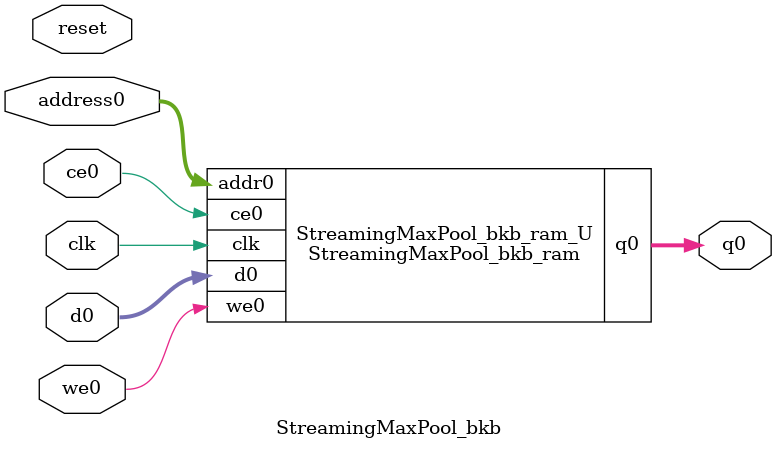
<source format=v>
`timescale 1 ns / 1 ps
module StreamingMaxPool_bkb_ram (addr0, ce0, d0, we0, q0,  clk);

parameter DWIDTH = 3;
parameter AWIDTH = 3;
parameter MEM_SIZE = 8;

input[AWIDTH-1:0] addr0;
input ce0;
input[DWIDTH-1:0] d0;
input we0;
output reg[DWIDTH-1:0] q0;
input clk;

(* ram_style = "distributed" *)reg [DWIDTH-1:0] ram[0:MEM_SIZE-1];




always @(posedge clk)  
begin 
    if (ce0) begin
        if (we0) 
            ram[addr0] <= d0; 
        q0 <= ram[addr0];
    end
end


endmodule

`timescale 1 ns / 1 ps
module StreamingMaxPool_bkb(
    reset,
    clk,
    address0,
    ce0,
    we0,
    d0,
    q0);

parameter DataWidth = 32'd3;
parameter AddressRange = 32'd8;
parameter AddressWidth = 32'd3;
input reset;
input clk;
input[AddressWidth - 1:0] address0;
input ce0;
input we0;
input[DataWidth - 1:0] d0;
output[DataWidth - 1:0] q0;



StreamingMaxPool_bkb_ram StreamingMaxPool_bkb_ram_U(
    .clk( clk ),
    .addr0( address0 ),
    .ce0( ce0 ),
    .we0( we0 ),
    .d0( d0 ),
    .q0( q0 ));

endmodule


</source>
